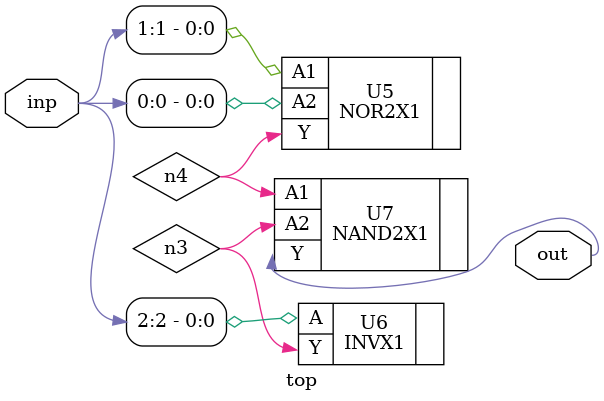
<source format=sv>


module top ( inp, out );
  input [2:0] inp;
  output out;
  wire   n3, n4;

  NOR2X1 U5 ( .A1(inp[1]), .A2(inp[0]), .Y(n4) );
  INVX1 U6 ( .A(inp[2]), .Y(n3) );
  NAND2X1 U7 ( .A1(n4), .A2(n3), .Y(out) );
endmodule


</source>
